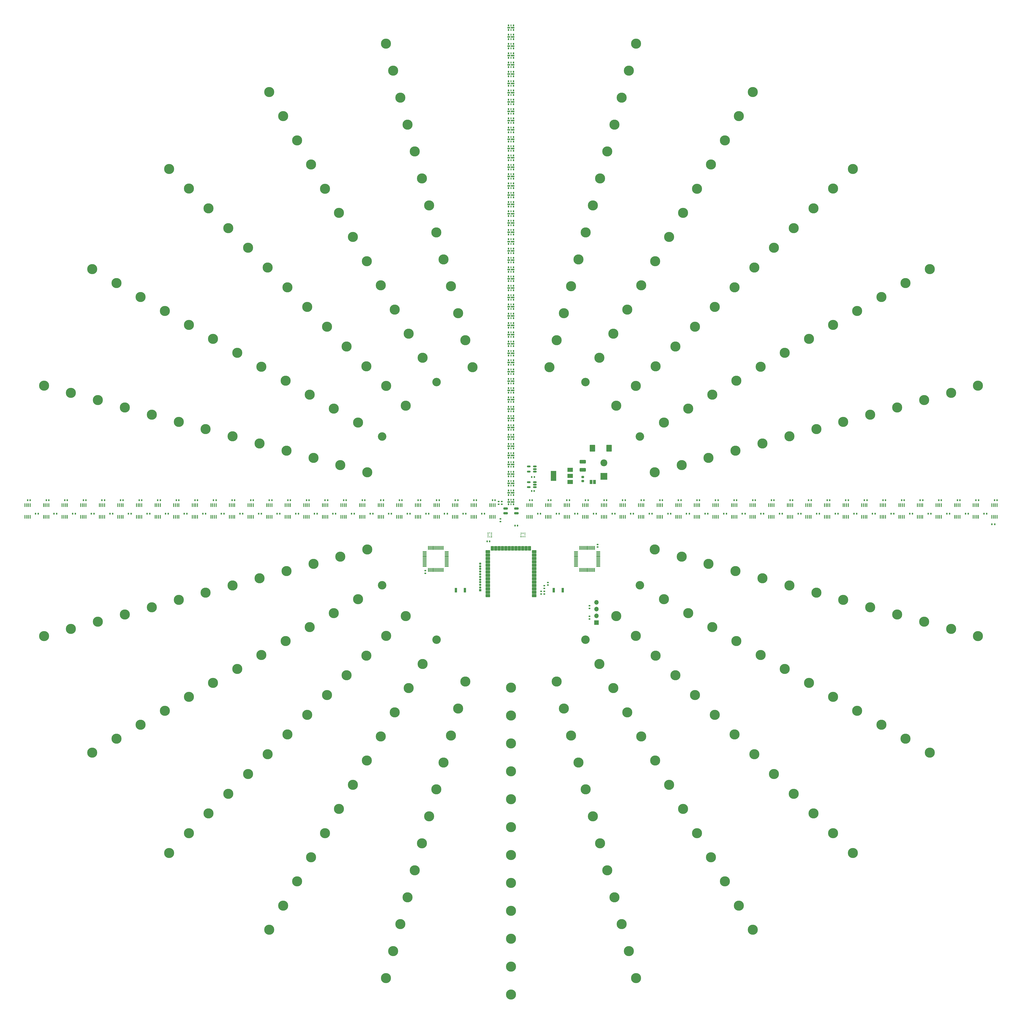
<source format=gbr>
%TF.GenerationSoftware,KiCad,Pcbnew,7.0.9*%
%TF.CreationDate,2023-12-06T10:58:59+01:00*%
%TF.ProjectId,board_fully_integrated,626f6172-645f-4667-956c-6c795f696e74,rev?*%
%TF.SameCoordinates,Original*%
%TF.FileFunction,Soldermask,Top*%
%TF.FilePolarity,Negative*%
%FSLAX46Y46*%
G04 Gerber Fmt 4.6, Leading zero omitted, Abs format (unit mm)*
G04 Created by KiCad (PCBNEW 7.0.9) date 2023-12-06 10:58:59*
%MOMM*%
%LPD*%
G01*
G04 APERTURE LIST*
G04 Aperture macros list*
%AMRoundRect*
0 Rectangle with rounded corners*
0 $1 Rounding radius*
0 $2 $3 $4 $5 $6 $7 $8 $9 X,Y pos of 4 corners*
0 Add a 4 corners polygon primitive as box body*
4,1,4,$2,$3,$4,$5,$6,$7,$8,$9,$2,$3,0*
0 Add four circle primitives for the rounded corners*
1,1,$1+$1,$2,$3*
1,1,$1+$1,$4,$5*
1,1,$1+$1,$6,$7*
1,1,$1+$1,$8,$9*
0 Add four rect primitives between the rounded corners*
20,1,$1+$1,$2,$3,$4,$5,0*
20,1,$1+$1,$4,$5,$6,$7,0*
20,1,$1+$1,$6,$7,$8,$9,0*
20,1,$1+$1,$8,$9,$2,$3,0*%
G04 Aperture macros list end*
%ADD10C,3.800000*%
%ADD11C,3.200000*%
%ADD12R,0.450000X1.450000*%
%ADD13RoundRect,0.135000X-0.135000X-0.185000X0.135000X-0.185000X0.135000X0.185000X-0.135000X0.185000X0*%
%ADD14RoundRect,0.140000X-0.140000X-0.170000X0.140000X-0.170000X0.140000X0.170000X-0.140000X0.170000X0*%
%ADD15RoundRect,0.135000X-0.185000X0.135000X-0.185000X-0.135000X0.185000X-0.135000X0.185000X0.135000X0*%
%ADD16R,0.500000X0.800000*%
%ADD17R,1.000000X0.500000*%
%ADD18R,0.300000X0.800000*%
%ADD19R,1.480000X0.500000*%
%ADD20RoundRect,0.102000X0.750000X0.450000X-0.750000X0.450000X-0.750000X-0.450000X0.750000X-0.450000X0*%
%ADD21RoundRect,0.102000X0.450000X0.750000X-0.450000X0.750000X-0.450000X-0.750000X0.450000X-0.750000X0*%
%ADD22RoundRect,0.225000X0.250000X-0.225000X0.250000X0.225000X-0.250000X0.225000X-0.250000X-0.225000X0*%
%ADD23R,1.700000X1.700000*%
%ADD24O,1.700000X1.700000*%
%ADD25R,0.850000X0.850000*%
%ADD26O,0.850000X0.850000*%
%ADD27RoundRect,0.140000X-0.170000X0.140000X-0.170000X-0.140000X0.170000X-0.140000X0.170000X0.140000X0*%
%ADD28R,0.254000X0.558800*%
%ADD29R,0.558800X0.254000*%
%ADD30R,2.000000X1.500000*%
%ADD31R,2.000000X3.800000*%
%ADD32RoundRect,0.250000X0.787500X1.025000X-0.787500X1.025000X-0.787500X-1.025000X0.787500X-1.025000X0*%
%ADD33RoundRect,0.075000X-0.662500X-0.075000X0.662500X-0.075000X0.662500X0.075000X-0.662500X0.075000X0*%
%ADD34RoundRect,0.075000X-0.075000X-0.662500X0.075000X-0.662500X0.075000X0.662500X-0.075000X0.662500X0*%
%ADD35RoundRect,0.075000X0.662500X0.075000X-0.662500X0.075000X-0.662500X-0.075000X0.662500X-0.075000X0*%
%ADD36RoundRect,0.075000X0.075000X0.662500X-0.075000X0.662500X-0.075000X-0.662500X0.075000X-0.662500X0*%
%ADD37RoundRect,0.140000X0.140000X0.170000X-0.140000X0.170000X-0.140000X-0.170000X0.140000X-0.170000X0*%
%ADD38R,0.900000X1.700000*%
%ADD39RoundRect,0.150000X0.512500X0.150000X-0.512500X0.150000X-0.512500X-0.150000X0.512500X-0.150000X0*%
%ADD40R,1.000000X1.500000*%
%ADD41RoundRect,0.197500X0.632500X-0.197500X0.632500X0.197500X-0.632500X0.197500X-0.632500X-0.197500X0*%
%ADD42RoundRect,0.135000X0.185000X-0.135000X0.185000X0.135000X-0.185000X0.135000X-0.185000X-0.135000X0*%
%ADD43RoundRect,0.140000X0.170000X-0.140000X0.170000X0.140000X-0.170000X0.140000X-0.170000X-0.140000X0*%
%ADD44RoundRect,0.250000X0.925000X-0.412500X0.925000X0.412500X-0.925000X0.412500X-0.925000X-0.412500X0*%
%ADD45RoundRect,0.135000X0.135000X0.185000X-0.135000X0.185000X-0.135000X-0.185000X0.135000X-0.185000X0*%
%ADD46R,2.600000X2.600000*%
%ADD47C,2.600000*%
G04 APERTURE END LIST*
%TO.C,IC5*%
G36*
X228826900Y-234395700D02*
G01*
X228826900Y-234954500D01*
X228572900Y-234954500D01*
X228572900Y-234548092D01*
X228445900Y-234548092D01*
X228445900Y-234395692D01*
X228826900Y-234395700D01*
G37*
%TO.C,IC2*%
G36*
X217904400Y-234952200D02*
G01*
X217497992Y-234952200D01*
X217497992Y-235079200D01*
X217345592Y-235079200D01*
X217345600Y-234698200D01*
X217904400Y-234698200D01*
X217904400Y-234952200D01*
G37*
%TD*%
D10*
%TO.C,H1*%
X225000000Y-323000000D03*
%TD*%
%TO.C,H1*%
X89770384Y-188765334D03*
%TD*%
D11*
%TO.C,H6*%
X273497423Y-253000000D03*
%TD*%
D10*
%TO.C,H1*%
X155000000Y-346243557D03*
%TD*%
D12*
%TO.C,U47*%
X350025000Y-227225100D03*
X350675000Y-227225100D03*
X351325000Y-227225100D03*
X351975000Y-227225100D03*
X351975000Y-222825100D03*
X351325000Y-222825100D03*
X350675000Y-222825100D03*
X350025000Y-222825100D03*
%TD*%
D10*
%TO.C,H1*%
X103756443Y-155000000D03*
%TD*%
%TO.C,H1*%
X170750000Y-131036244D03*
%TD*%
D13*
%TO.C,R21*%
X164980000Y-226025100D03*
X166000000Y-226025100D03*
%TD*%
D10*
%TO.C,H1*%
X355336823Y-300250000D03*
%TD*%
%TO.C,H1*%
X319660731Y-250364266D03*
%TD*%
%TO.C,H1*%
X286871843Y-286871843D03*
%TD*%
D12*
%TO.C,U17*%
X133025000Y-227200000D03*
X133675000Y-227200000D03*
X134325000Y-227200000D03*
X134975000Y-227200000D03*
X134975000Y-222800000D03*
X134325000Y-222800000D03*
X133675000Y-222800000D03*
X133025000Y-222800000D03*
%TD*%
D10*
%TO.C,H1*%
X140481490Y-202353334D03*
%TD*%
D12*
%TO.C,U8*%
X70025000Y-227200000D03*
X70675000Y-227200000D03*
X71325000Y-227200000D03*
X71975000Y-227200000D03*
X71975000Y-222800000D03*
X71325000Y-222800000D03*
X70675000Y-222800000D03*
X70025000Y-222800000D03*
%TD*%
D10*
%TO.C,H1*%
X346268813Y-346268813D03*
%TD*%
%TO.C,H1*%
X263952266Y-79628163D03*
%TD*%
D14*
%TO.C,C13*%
X64040000Y-221000000D03*
X65000000Y-221000000D03*
%TD*%
D15*
%TO.C,R29*%
X221000000Y-228005100D03*
X221000000Y-229025100D03*
%TD*%
D10*
%TO.C,H1*%
X300250000Y-94663177D03*
%TD*%
D14*
%TO.C,C55*%
X365040000Y-221000000D03*
X366000000Y-221000000D03*
%TD*%
D16*
%TO.C,D34*%
X224100000Y-114000000D03*
D17*
X224170000Y-113150000D03*
D18*
X225000000Y-114000000D03*
D16*
X225900000Y-114000000D03*
X225900000Y-112300000D03*
D18*
X225000000Y-112300000D03*
D19*
X225590000Y-113150000D03*
D16*
X224100000Y-112300000D03*
%TD*%
D10*
%TO.C,H1*%
X301721086Y-301721086D03*
%TD*%
%TO.C,H1*%
X126005051Y-126005051D03*
%TD*%
D20*
%TO.C,U60*%
X233740000Y-256875000D03*
X233740000Y-255605000D03*
X233740000Y-254335000D03*
X233740000Y-253065000D03*
X233740000Y-251795000D03*
X233740000Y-250525000D03*
X233740000Y-249255000D03*
X233740000Y-247985000D03*
X233740000Y-246715000D03*
X233740000Y-245445000D03*
X233740000Y-244175000D03*
X233740000Y-242905000D03*
X233740000Y-241635000D03*
X233740000Y-240365000D03*
D21*
X231975000Y-239115000D03*
X230705000Y-239115000D03*
X229435000Y-239115000D03*
X228165000Y-239115000D03*
X226895000Y-239115000D03*
X225625000Y-239115000D03*
X224355000Y-239115000D03*
X223085000Y-239115000D03*
X221815000Y-239115000D03*
X220545000Y-239115000D03*
X219275000Y-239115000D03*
X218005000Y-239115000D03*
D20*
X216240000Y-240365000D03*
X216240000Y-241635000D03*
X216240000Y-242905000D03*
X216240000Y-244175000D03*
X216240000Y-245445000D03*
X216240000Y-246715000D03*
X216240000Y-247985000D03*
X216240000Y-249255000D03*
X216240000Y-250525000D03*
X216240000Y-251795000D03*
X216240000Y-253065000D03*
X216240000Y-254335000D03*
X216240000Y-255605000D03*
X216240000Y-256875000D03*
%TD*%
D10*
%TO.C,H1*%
X268750000Y-149222777D03*
%TD*%
%TO.C,H1*%
X149222777Y-268750000D03*
%TD*%
D12*
%TO.C,U46*%
X343025000Y-227225100D03*
X343675000Y-227225100D03*
X344325000Y-227225100D03*
X344975000Y-227225100D03*
X344975000Y-222825100D03*
X344325000Y-222825100D03*
X343675000Y-222825100D03*
X343025000Y-222825100D03*
%TD*%
%TO.C,U55*%
X406025000Y-227225100D03*
X406675000Y-227225100D03*
X407325000Y-227225100D03*
X407975000Y-227225100D03*
X407975000Y-222825100D03*
X407325000Y-222825100D03*
X406675000Y-222825100D03*
X406025000Y-222825100D03*
%TD*%
D22*
%TO.C,C1*%
X252000000Y-213775000D03*
X252000000Y-212225000D03*
%TD*%
D10*
%TO.C,H1*%
X310750000Y-76476643D03*
%TD*%
%TO.C,H1*%
X264597980Y-264597980D03*
%TD*%
%TO.C,H1*%
X301721086Y-148278914D03*
%TD*%
%TO.C,H1*%
X170908154Y-210506133D03*
%TD*%
%TO.C,H1*%
X134000000Y-382616623D03*
%TD*%
D14*
%TO.C,C27*%
X162020000Y-221000000D03*
X162980000Y-221000000D03*
%TD*%
D13*
%TO.C,R9*%
X80980000Y-226025100D03*
X82000000Y-226025100D03*
%TD*%
D10*
%TO.C,H1*%
X158316044Y-186500000D03*
%TD*%
%TO.C,H1*%
X316570328Y-133429672D03*
%TD*%
%TO.C,H1*%
X266669866Y-69485942D03*
%TD*%
D13*
%TO.C,R23*%
X178980000Y-226025100D03*
X180000000Y-226025100D03*
%TD*%
D11*
%TO.C,H4*%
X253000000Y-176502577D03*
%TD*%
D10*
%TO.C,H1*%
X400798500Y-177894934D03*
%TD*%
D12*
%TO.C,U26*%
X196025000Y-227200000D03*
X196675000Y-227200000D03*
X197325000Y-227200000D03*
X197975000Y-227200000D03*
X197975000Y-222800000D03*
X197325000Y-222800000D03*
X196675000Y-222800000D03*
X196025000Y-222800000D03*
%TD*%
D10*
%TO.C,H1*%
X337150290Y-160250000D03*
%TD*%
D12*
%TO.C,U37*%
X280025000Y-227225100D03*
X280675000Y-227225100D03*
X281325000Y-227225100D03*
X281975000Y-227225100D03*
X281975000Y-222825100D03*
X281325000Y-222825100D03*
X280675000Y-222825100D03*
X280025000Y-222825100D03*
%TD*%
D10*
%TO.C,H1*%
X120197048Y-196918134D03*
%TD*%
D14*
%TO.C,C34*%
X211020000Y-221000000D03*
X211980000Y-221000000D03*
%TD*%
D10*
%TO.C,H1*%
X180612534Y-390656279D03*
%TD*%
%TO.C,H1*%
X360229616Y-261234666D03*
%TD*%
%TO.C,H1*%
X191482934Y-350087395D03*
%TD*%
%TO.C,H1*%
X255799466Y-339945173D03*
%TD*%
D12*
%TO.C,U40*%
X301025000Y-227225100D03*
X301675000Y-227225100D03*
X302325000Y-227225100D03*
X302975000Y-227225100D03*
X302975000Y-222825100D03*
X302325000Y-222825100D03*
X301675000Y-222825100D03*
X301025000Y-222825100D03*
%TD*%
D10*
%TO.C,H1*%
X331419571Y-331419571D03*
%TD*%
D23*
%TO.C,J1*%
X257141306Y-267040053D03*
D24*
X257141306Y-264500053D03*
X257141306Y-261960053D03*
X257141306Y-259420053D03*
%TD*%
D10*
%TO.C,H1*%
X346243557Y-295000000D03*
%TD*%
%TO.C,H1*%
X370371837Y-186047734D03*
%TD*%
D13*
%TO.C,R54*%
X403080416Y-226042324D03*
X404100416Y-226042324D03*
%TD*%
D10*
%TO.C,H1*%
X112849710Y-160250000D03*
%TD*%
D11*
%TO.C,H5*%
X273497423Y-197000000D03*
%TD*%
D10*
%TO.C,H1*%
X316000000Y-382616623D03*
%TD*%
%TO.C,H1*%
X69485942Y-266669866D03*
%TD*%
D25*
%TO.C,J35*%
X213391306Y-254830053D03*
D26*
X213391306Y-253830053D03*
X213391306Y-252830053D03*
X213391306Y-251830053D03*
X213391306Y-250830053D03*
X213391306Y-249830053D03*
X213391306Y-248830053D03*
X213391306Y-247830053D03*
X213391306Y-246830053D03*
X213391306Y-245830053D03*
X213391306Y-244830053D03*
%TD*%
D14*
%TO.C,C58*%
X386040000Y-221000000D03*
X387000000Y-221000000D03*
%TD*%
D10*
%TO.C,H1*%
X176000000Y-309870490D03*
%TD*%
D13*
%TO.C,R32*%
X249080416Y-226042324D03*
X250100416Y-226042324D03*
%TD*%
D16*
%TO.C,D20*%
X224100000Y-163000000D03*
D17*
X224170000Y-162150000D03*
D18*
X225000000Y-163000000D03*
D16*
X225900000Y-163000000D03*
X225900000Y-161300000D03*
D18*
X225000000Y-161300000D03*
D19*
X225590000Y-162150000D03*
D16*
X224100000Y-161300000D03*
%TD*%
D10*
%TO.C,H1*%
X272022601Y-272022601D03*
%TD*%
D14*
%TO.C,C37*%
X239040000Y-221000000D03*
X240000000Y-221000000D03*
%TD*%
D10*
%TO.C,H1*%
X258517066Y-350087395D03*
%TD*%
%TO.C,H1*%
X373523357Y-139250000D03*
%TD*%
D27*
%TO.C,C3*%
X236369990Y-255296859D03*
X236369990Y-256256859D03*
%TD*%
D12*
%TO.C,U11*%
X91025000Y-227200000D03*
X91675000Y-227200000D03*
X92325000Y-227200000D03*
X92975000Y-227200000D03*
X92975000Y-222800000D03*
X92325000Y-222800000D03*
X91675000Y-222800000D03*
X91025000Y-222800000D03*
%TD*%
D10*
%TO.C,H1*%
X167409311Y-191750000D03*
%TD*%
D28*
%TO.C,IC5*%
X228699900Y-234675100D03*
X229099950Y-234675100D03*
X229500000Y-234675100D03*
X229900050Y-234675100D03*
X230300100Y-234675100D03*
D29*
X230275000Y-234050100D03*
D28*
X230300100Y-233425100D03*
X229900050Y-233425100D03*
X229500000Y-233425100D03*
X229099950Y-233425100D03*
X228699900Y-233425100D03*
D29*
X228725000Y-234050100D03*
%TD*%
D10*
%TO.C,H1*%
X355336823Y-149750000D03*
%TD*%
D12*
%TO.C,U50*%
X371025000Y-227225100D03*
X371675000Y-227225100D03*
X372325000Y-227225100D03*
X372975000Y-227225100D03*
X372975000Y-222825100D03*
X372325000Y-222825100D03*
X371675000Y-222825100D03*
X371025000Y-222825100D03*
%TD*%
D10*
%TO.C,H1*%
X67383377Y-134000000D03*
%TD*%
%TO.C,H1*%
X188765334Y-89770384D03*
%TD*%
D12*
%TO.C,U27*%
X203025000Y-227200000D03*
X203675000Y-227200000D03*
X204325000Y-227200000D03*
X204975000Y-227200000D03*
X204975000Y-222800000D03*
X204325000Y-222800000D03*
X203675000Y-222800000D03*
X203025000Y-222800000D03*
%TD*%
D10*
%TO.C,H1*%
X282590689Y-258250000D03*
%TD*%
D30*
%TO.C,IC3*%
X247268000Y-214155000D03*
X247268000Y-211855000D03*
X247268000Y-209555000D03*
D31*
X240968000Y-211855000D03*
%TD*%
D10*
%TO.C,H1*%
X337150290Y-289750000D03*
%TD*%
D12*
%TO.C,U41*%
X308025000Y-227225100D03*
X308675000Y-227225100D03*
X309325000Y-227225100D03*
X309975000Y-227225100D03*
X309975000Y-222825100D03*
X309325000Y-222825100D03*
X308675000Y-222825100D03*
X308025000Y-222825100D03*
%TD*%
D10*
%TO.C,H1*%
X225000000Y-375500000D03*
%TD*%
D32*
%TO.C,C66*%
X261903806Y-201440053D03*
X255678806Y-201440053D03*
%TD*%
D10*
%TO.C,H1*%
X85569910Y-305500000D03*
%TD*%
D33*
%TO.C,IC1*%
X192499452Y-240348000D03*
X192499452Y-240848000D03*
X192499452Y-241348000D03*
X192499452Y-241848000D03*
X192499452Y-242348000D03*
X192499452Y-242848000D03*
X192499452Y-243348000D03*
X192499452Y-243848000D03*
X192499452Y-244348000D03*
X192499452Y-244848000D03*
X192499452Y-245348000D03*
X192499452Y-245848000D03*
D34*
X193911952Y-247260500D03*
X194411952Y-247260500D03*
X194911952Y-247260500D03*
X195411952Y-247260500D03*
X195911952Y-247260500D03*
X196411952Y-247260500D03*
X196911952Y-247260500D03*
X197411952Y-247260500D03*
X197911952Y-247260500D03*
X198411952Y-247260500D03*
X198911952Y-247260500D03*
X199411952Y-247260500D03*
D33*
X200824452Y-245848000D03*
X200824452Y-245348000D03*
X200824452Y-244848000D03*
X200824452Y-244348000D03*
X200824452Y-243848000D03*
X200824452Y-243348000D03*
X200824452Y-242848000D03*
X200824452Y-242348000D03*
X200824452Y-241848000D03*
X200824452Y-241348000D03*
X200824452Y-240848000D03*
X200824452Y-240348000D03*
D34*
X199411952Y-238935500D03*
X198911952Y-238935500D03*
X198411952Y-238935500D03*
X197911952Y-238935500D03*
X197411952Y-238935500D03*
X196911952Y-238935500D03*
X196411952Y-238935500D03*
X195911952Y-238935500D03*
X195411952Y-238935500D03*
X194911952Y-238935500D03*
X194411952Y-238935500D03*
X193911952Y-238935500D03*
%TD*%
D13*
%TO.C,R10*%
X87980000Y-226025100D03*
X89000000Y-226025100D03*
%TD*%
D10*
%TO.C,H1*%
X225000000Y-354500000D03*
%TD*%
D16*
%TO.C,D35*%
X224100000Y-110500000D03*
D17*
X224170000Y-109650000D03*
D18*
X225000000Y-110500000D03*
D16*
X225900000Y-110500000D03*
X225900000Y-108800000D03*
D18*
X225000000Y-108800000D03*
D19*
X225590000Y-109650000D03*
D16*
X224100000Y-108800000D03*
%TD*%
D10*
%TO.C,H1*%
X353693434Y-353693434D03*
%TD*%
%TO.C,H1*%
X139250000Y-76476643D03*
%TD*%
D35*
%TO.C,IC4*%
X257824452Y-245848000D03*
X257824452Y-245348000D03*
X257824452Y-244848000D03*
X257824452Y-244348000D03*
X257824452Y-243848000D03*
X257824452Y-243348000D03*
X257824452Y-242848000D03*
X257824452Y-242348000D03*
X257824452Y-241848000D03*
X257824452Y-241348000D03*
X257824452Y-240848000D03*
X257824452Y-240348000D03*
D36*
X256411952Y-238935500D03*
X255911952Y-238935500D03*
X255411952Y-238935500D03*
X254911952Y-238935500D03*
X254411952Y-238935500D03*
X253911952Y-238935500D03*
X253411952Y-238935500D03*
X252911952Y-238935500D03*
X252411952Y-238935500D03*
X251911952Y-238935500D03*
X251411952Y-238935500D03*
X250911952Y-238935500D03*
D35*
X249499452Y-240348000D03*
X249499452Y-240848000D03*
X249499452Y-241348000D03*
X249499452Y-241848000D03*
X249499452Y-242348000D03*
X249499452Y-242848000D03*
X249499452Y-243348000D03*
X249499452Y-243848000D03*
X249499452Y-244348000D03*
X249499452Y-244848000D03*
X249499452Y-245348000D03*
X249499452Y-245848000D03*
D36*
X250911952Y-247260500D03*
X251411952Y-247260500D03*
X251911952Y-247260500D03*
X252411952Y-247260500D03*
X252911952Y-247260500D03*
X253411952Y-247260500D03*
X253911952Y-247260500D03*
X254411952Y-247260500D03*
X254911952Y-247260500D03*
X255411952Y-247260500D03*
X255911952Y-247260500D03*
X256411952Y-247260500D03*
%TD*%
D10*
%TO.C,H1*%
X261234666Y-89770384D03*
%TD*%
D14*
%TO.C,C20*%
X113020000Y-221000000D03*
X113980000Y-221000000D03*
%TD*%
D16*
%TO.C,D44*%
X224100000Y-79000000D03*
D17*
X224170000Y-78150000D03*
D18*
X225000000Y-79000000D03*
D16*
X225900000Y-79000000D03*
X225900000Y-77300000D03*
D18*
X225000000Y-77300000D03*
D19*
X225590000Y-78150000D03*
D16*
X224100000Y-77300000D03*
%TD*%
D10*
%TO.C,H1*%
X318963756Y-279250000D03*
%TD*%
D16*
%TO.C,D4*%
X224100000Y-219000000D03*
D17*
X224170000Y-218150000D03*
D18*
X225000000Y-219000000D03*
D16*
X225900000Y-219000000D03*
X225900000Y-217300000D03*
D18*
X225000000Y-217300000D03*
D19*
X225590000Y-218150000D03*
D16*
X224100000Y-217300000D03*
%TD*%
%TO.C,D48*%
X224100000Y-65000000D03*
D17*
X224170000Y-64150000D03*
D18*
X225000000Y-65000000D03*
D16*
X225900000Y-65000000D03*
X225900000Y-63300000D03*
D18*
X225000000Y-63300000D03*
D19*
X225590000Y-64150000D03*
D16*
X224100000Y-63300000D03*
%TD*%
D13*
%TO.C,R7*%
X66980000Y-226025100D03*
X68000000Y-226025100D03*
%TD*%
D12*
%TO.C,U52*%
X385025000Y-227225100D03*
X385675000Y-227225100D03*
X386325000Y-227225100D03*
X386975000Y-227225100D03*
X386975000Y-222825100D03*
X386325000Y-222825100D03*
X385675000Y-222825100D03*
X385025000Y-222825100D03*
%TD*%
D13*
%TO.C,R15*%
X122980000Y-226025100D03*
X124000000Y-226025100D03*
%TD*%
D10*
%TO.C,H1*%
X185402020Y-185402020D03*
%TD*%
%TO.C,H1*%
X364430090Y-305500000D03*
%TD*%
%TO.C,H1*%
X120197048Y-253081866D03*
%TD*%
%TO.C,H1*%
X111155808Y-111155808D03*
%TD*%
D14*
%TO.C,C24*%
X141020000Y-221000000D03*
X141980000Y-221000000D03*
%TD*%
D12*
%TO.C,U31*%
X238025000Y-227225100D03*
X238675000Y-227225100D03*
X239325000Y-227225100D03*
X239975000Y-227225100D03*
X239975000Y-222825100D03*
X239325000Y-222825100D03*
X238675000Y-222825100D03*
X238025000Y-222825100D03*
%TD*%
D13*
%TO.C,R19*%
X150980000Y-226025100D03*
X152000000Y-226025100D03*
%TD*%
D10*
%TO.C,H1*%
X346243557Y-155000000D03*
%TD*%
D37*
%TO.C,C6*%
X216992845Y-236473624D03*
X216032845Y-236473624D03*
%TD*%
D10*
%TO.C,H1*%
X148278914Y-148278914D03*
%TD*%
D14*
%TO.C,C32*%
X197000000Y-221000000D03*
X197960000Y-221000000D03*
%TD*%
D10*
%TO.C,H1*%
X160250000Y-337150290D03*
%TD*%
%TO.C,H1*%
X103756443Y-295000000D03*
%TD*%
%TO.C,H1*%
X225000000Y-291500000D03*
%TD*%
%TO.C,H1*%
X382616623Y-316000000D03*
%TD*%
D16*
%TO.C,D52*%
X224100000Y-51000000D03*
D17*
X224170000Y-50150000D03*
D18*
X225000000Y-51000000D03*
D16*
X225900000Y-51000000D03*
X225900000Y-49300000D03*
D18*
X225000000Y-49300000D03*
D19*
X225590000Y-50150000D03*
D16*
X224100000Y-49300000D03*
%TD*%
D10*
%TO.C,H1*%
X94663177Y-300250000D03*
%TD*%
D16*
%TO.C,D19*%
X224100000Y-166500000D03*
D17*
X224170000Y-165650000D03*
D18*
X225000000Y-166500000D03*
D16*
X225900000Y-166500000D03*
X225900000Y-164800000D03*
D18*
X225000000Y-164800000D03*
D19*
X225590000Y-165650000D03*
D16*
X224100000Y-164800000D03*
%TD*%
D38*
%TO.C,SW2*%
X244480000Y-254845000D03*
X241080000Y-254845000D03*
%TD*%
D13*
%TO.C,R18*%
X143980000Y-226025100D03*
X145000000Y-226025100D03*
%TD*%
D16*
%TO.C,D21*%
X224100000Y-159500000D03*
D17*
X224170000Y-158650000D03*
D18*
X225000000Y-159500000D03*
D16*
X225900000Y-159500000D03*
X225900000Y-157800000D03*
D18*
X225000000Y-157800000D03*
D19*
X225590000Y-158650000D03*
D16*
X224100000Y-157800000D03*
%TD*%
%TO.C,D32*%
X224100000Y-121000000D03*
D17*
X224170000Y-120150000D03*
D18*
X225000000Y-121000000D03*
D16*
X225900000Y-121000000D03*
X225900000Y-119300000D03*
D18*
X225000000Y-119300000D03*
D19*
X225590000Y-120150000D03*
D16*
X224100000Y-119300000D03*
%TD*%
D10*
%TO.C,H1*%
X131036244Y-170750000D03*
%TD*%
%TO.C,H1*%
X140129510Y-176000000D03*
%TD*%
%TO.C,H1*%
X299376289Y-244929066D03*
%TD*%
%TO.C,H1*%
X199635734Y-130339269D03*
%TD*%
%TO.C,H1*%
X284500000Y-328057023D03*
%TD*%
%TO.C,H1*%
X364430090Y-144500000D03*
%TD*%
%TO.C,H1*%
X183330134Y-380514058D03*
%TD*%
D16*
%TO.C,D31*%
X224100000Y-124500000D03*
D17*
X224170000Y-123650000D03*
D18*
X225000000Y-124500000D03*
D16*
X225900000Y-124500000D03*
X225900000Y-122800000D03*
D18*
X225000000Y-122800000D03*
D19*
X225590000Y-123650000D03*
D16*
X224100000Y-122800000D03*
%TD*%
D12*
%TO.C,U49*%
X364025000Y-227225100D03*
X364675000Y-227225100D03*
X365325000Y-227225100D03*
X365975000Y-227225100D03*
X365975000Y-222825100D03*
X365325000Y-222825100D03*
X364675000Y-222825100D03*
X364025000Y-222825100D03*
%TD*%
D10*
%TO.C,H1*%
X279091846Y-210506133D03*
%TD*%
D16*
%TO.C,D16*%
X224100000Y-177000000D03*
D17*
X224170000Y-176150000D03*
D18*
X225000000Y-177000000D03*
D16*
X225900000Y-177000000D03*
X225900000Y-175300000D03*
D18*
X225000000Y-175300000D03*
D19*
X225590000Y-176150000D03*
D16*
X224100000Y-175300000D03*
%TD*%
D10*
%TO.C,H1*%
X207788534Y-289234067D03*
%TD*%
D14*
%TO.C,C30*%
X183020000Y-221000000D03*
X183980000Y-221000000D03*
%TD*%
D16*
%TO.C,D29*%
X224100000Y-131500000D03*
D17*
X224170000Y-130650000D03*
D18*
X225000000Y-131500000D03*
D16*
X225900000Y-131500000D03*
X225900000Y-129800000D03*
D18*
X225000000Y-129800000D03*
D19*
X225590000Y-130650000D03*
D16*
X224100000Y-129800000D03*
%TD*%
D10*
%TO.C,H1*%
X289234067Y-207788534D03*
%TD*%
D13*
%TO.C,R11*%
X94980000Y-226025100D03*
X96000000Y-226025100D03*
%TD*%
D10*
%TO.C,H1*%
X295000000Y-346243557D03*
%TD*%
%TO.C,H1*%
X76476643Y-310750000D03*
%TD*%
D39*
%TO.C,U1*%
X234000000Y-216102556D03*
X234000000Y-215152556D03*
X234000000Y-214202556D03*
X231725000Y-214202556D03*
X231725000Y-216102556D03*
%TD*%
D10*
%TO.C,H1*%
X49201500Y-177894934D03*
%TD*%
%TO.C,H1*%
X49201500Y-272105066D03*
%TD*%
%TO.C,H1*%
X181250000Y-149222777D03*
%TD*%
%TO.C,H1*%
X205070934Y-299376289D03*
%TD*%
D11*
%TO.C,H8*%
X197000000Y-273497423D03*
%TD*%
D16*
%TO.C,D18*%
X224100000Y-170000000D03*
D17*
X224170000Y-169150000D03*
D18*
X225000000Y-170000000D03*
D16*
X225900000Y-170000000D03*
X225900000Y-168300000D03*
D18*
X225000000Y-168300000D03*
D19*
X225590000Y-169150000D03*
D16*
X224100000Y-168300000D03*
%TD*%
D10*
%TO.C,H1*%
X170552778Y-279447222D03*
%TD*%
D13*
%TO.C,R45*%
X340080416Y-226042324D03*
X341100416Y-226042324D03*
%TD*%
D10*
%TO.C,H1*%
X110054827Y-194200534D03*
%TD*%
%TO.C,H1*%
X253081866Y-329802952D03*
%TD*%
D40*
%TO.C,JP1*%
X256452000Y-214141000D03*
X255152000Y-214141000D03*
%TD*%
D13*
%TO.C,R48*%
X361080416Y-226042324D03*
X362100416Y-226042324D03*
%TD*%
D10*
%TO.C,H1*%
X244929066Y-299376289D03*
%TD*%
%TO.C,H1*%
X264597980Y-185402020D03*
%TD*%
%TO.C,H1*%
X295000000Y-103756443D03*
%TD*%
%TO.C,H1*%
X310750000Y-373523357D03*
%TD*%
D16*
%TO.C,D9*%
X224100000Y-201500000D03*
D17*
X224170000Y-200650000D03*
D18*
X225000000Y-201500000D03*
D16*
X225900000Y-201500000D03*
X225900000Y-199800000D03*
D18*
X225000000Y-199800000D03*
D19*
X225590000Y-200650000D03*
D16*
X224100000Y-199800000D03*
%TD*%
D10*
%TO.C,H1*%
X319660731Y-199635734D03*
%TD*%
D13*
%TO.C,R49*%
X368080416Y-226042324D03*
X369100416Y-226042324D03*
%TD*%
D12*
%TO.C,U14*%
X112025000Y-227200000D03*
X112675000Y-227200000D03*
X113325000Y-227200000D03*
X113975000Y-227200000D03*
X113975000Y-222800000D03*
X113325000Y-222800000D03*
X112675000Y-222800000D03*
X112025000Y-222800000D03*
%TD*%
D10*
%TO.C,H1*%
X149750000Y-355336823D03*
%TD*%
%TO.C,H1*%
X242211466Y-160765933D03*
%TD*%
%TO.C,H1*%
X170552778Y-170552778D03*
%TD*%
D11*
%TO.C,H9*%
X176502577Y-253000000D03*
%TD*%
D10*
%TO.C,H1*%
X309145707Y-309145707D03*
%TD*%
%TO.C,H1*%
X294296465Y-155703535D03*
%TD*%
D13*
%TO.C,R36*%
X277080416Y-226042324D03*
X278100416Y-226042324D03*
%TD*%
D10*
%TO.C,H1*%
X255799466Y-110054827D03*
%TD*%
%TO.C,H1*%
X133429672Y-316570328D03*
%TD*%
D12*
%TO.C,U42*%
X315025000Y-227225100D03*
X315675000Y-227225100D03*
X316325000Y-227225100D03*
X316975000Y-227225100D03*
X316975000Y-222825100D03*
X316325000Y-222825100D03*
X315675000Y-222825100D03*
X315025000Y-222825100D03*
%TD*%
D16*
%TO.C,D15*%
X224100000Y-180500000D03*
D17*
X224170000Y-179650000D03*
D18*
X225000000Y-180500000D03*
D16*
X225900000Y-180500000D03*
X225900000Y-178800000D03*
D18*
X225000000Y-178800000D03*
D19*
X225590000Y-179650000D03*
D16*
X224100000Y-178800000D03*
%TD*%
D10*
%TO.C,H1*%
X274000000Y-309870490D03*
%TD*%
D14*
%TO.C,C45*%
X295000000Y-221000000D03*
X295960000Y-221000000D03*
%TD*%
D10*
%TO.C,H1*%
X258250000Y-167409311D03*
%TD*%
D13*
%TO.C,R47*%
X354080416Y-226042324D03*
X355100416Y-226042324D03*
%TD*%
%TO.C,R34*%
X263080416Y-226042324D03*
X264100416Y-226042324D03*
%TD*%
D14*
%TO.C,C25*%
X148000000Y-221000000D03*
X148960000Y-221000000D03*
%TD*%
D10*
%TO.C,H1*%
X268750000Y-300777223D03*
%TD*%
%TO.C,H1*%
X380514058Y-183330134D03*
%TD*%
D13*
%TO.C,R39*%
X298080416Y-226042324D03*
X299100416Y-226042324D03*
%TD*%
%TO.C,R42*%
X319080416Y-226042324D03*
X320100416Y-226042324D03*
%TD*%
D16*
%TO.C,D25*%
X224100000Y-145500000D03*
D17*
X224170000Y-144650000D03*
D18*
X225000000Y-145500000D03*
D16*
X225900000Y-145500000D03*
X225900000Y-143800000D03*
D18*
X225000000Y-143800000D03*
D19*
X225590000Y-144650000D03*
D16*
X224100000Y-143800000D03*
%TD*%
D10*
%TO.C,H1*%
X279250000Y-318963756D03*
%TD*%
%TO.C,H1*%
X155703535Y-155703535D03*
%TD*%
D37*
%TO.C,C65*%
X227485000Y-230500000D03*
X226525000Y-230500000D03*
%TD*%
D16*
%TO.C,D42*%
X224100000Y-86000000D03*
D17*
X224170000Y-85150000D03*
D18*
X225000000Y-86000000D03*
D16*
X225900000Y-86000000D03*
X225900000Y-84300000D03*
D18*
X225000000Y-84300000D03*
D19*
X225590000Y-85150000D03*
D16*
X224100000Y-84300000D03*
%TD*%
D10*
%TO.C,H1*%
X111155808Y-338844192D03*
%TD*%
%TO.C,H1*%
X79628163Y-186047734D03*
%TD*%
D16*
%TO.C,D3*%
X224100000Y-222500000D03*
D17*
X224170000Y-221650000D03*
D18*
X225000000Y-222500000D03*
D16*
X225900000Y-222500000D03*
X225900000Y-220800000D03*
D18*
X225000000Y-220800000D03*
D19*
X225590000Y-221650000D03*
D16*
X224100000Y-220800000D03*
%TD*%
D10*
%TO.C,H1*%
X188765334Y-360229616D03*
%TD*%
%TO.C,H1*%
X186500000Y-291683956D03*
%TD*%
%TO.C,H1*%
X400798500Y-272105066D03*
%TD*%
%TO.C,H1*%
X323994949Y-323994949D03*
%TD*%
%TO.C,H1*%
X225000000Y-312500000D03*
%TD*%
D16*
%TO.C,D30*%
X224100000Y-128000000D03*
D17*
X224170000Y-127150000D03*
D18*
X225000000Y-128000000D03*
D16*
X225900000Y-128000000D03*
X225900000Y-126300000D03*
D18*
X225000000Y-126300000D03*
D19*
X225590000Y-127150000D03*
D16*
X224100000Y-126300000D03*
%TD*%
D10*
%TO.C,H1*%
X253081866Y-120197048D03*
%TD*%
%TO.C,H1*%
X247646666Y-309518510D03*
%TD*%
%TO.C,H1*%
X163128157Y-163128157D03*
%TD*%
%TO.C,H1*%
X186500000Y-158316044D03*
%TD*%
D13*
%TO.C,R41*%
X312080416Y-226042324D03*
X313100416Y-226042324D03*
%TD*%
D10*
%TO.C,H1*%
X300777223Y-181250000D03*
%TD*%
%TO.C,H1*%
X225000000Y-386000000D03*
%TD*%
%TO.C,H1*%
X289234067Y-242211466D03*
%TD*%
%TO.C,H1*%
X338844192Y-338844192D03*
%TD*%
D41*
%TO.C,U61*%
X223000000Y-225900000D03*
X227000000Y-225900000D03*
X227000000Y-224100000D03*
X223000000Y-224100000D03*
%TD*%
D16*
%TO.C,D53*%
X224100000Y-47500000D03*
D17*
X224170000Y-46650000D03*
D18*
X225000000Y-47500000D03*
D16*
X225900000Y-47500000D03*
X225900000Y-45800000D03*
D18*
X225000000Y-45800000D03*
D19*
X225590000Y-46650000D03*
D16*
X224100000Y-45800000D03*
%TD*%
D10*
%TO.C,H1*%
X144500000Y-85569910D03*
%TD*%
D12*
%TO.C,U25*%
X189025000Y-227200000D03*
X189675000Y-227200000D03*
X190325000Y-227200000D03*
X190975000Y-227200000D03*
X190975000Y-222800000D03*
X190325000Y-222800000D03*
X189675000Y-222800000D03*
X189025000Y-222800000D03*
%TD*%
D16*
%TO.C,D37*%
X224100000Y-103500000D03*
D17*
X224170000Y-102650000D03*
D18*
X225000000Y-103500000D03*
D16*
X225900000Y-103500000D03*
X225900000Y-101800000D03*
D18*
X225000000Y-101800000D03*
D19*
X225590000Y-102650000D03*
D16*
X224100000Y-101800000D03*
%TD*%
D10*
%TO.C,H1*%
X133429672Y-133429672D03*
%TD*%
D16*
%TO.C,D39*%
X224100000Y-96500000D03*
D17*
X224170000Y-95650000D03*
D18*
X225000000Y-96500000D03*
D16*
X225900000Y-96500000D03*
X225900000Y-94800000D03*
D18*
X225000000Y-94800000D03*
D19*
X225590000Y-95650000D03*
D16*
X224100000Y-94800000D03*
%TD*%
%TO.C,D11*%
X224100000Y-194500000D03*
D17*
X224170000Y-193650000D03*
D18*
X225000000Y-194500000D03*
D16*
X225900000Y-194500000D03*
X225900000Y-192800000D03*
D18*
X225000000Y-192800000D03*
D19*
X225590000Y-193650000D03*
D16*
X224100000Y-192800000D03*
%TD*%
D10*
%TO.C,H1*%
X284500000Y-121942977D03*
%TD*%
D13*
%TO.C,R31*%
X242095416Y-226042324D03*
X243115416Y-226042324D03*
%TD*%
D14*
%TO.C,C47*%
X309000000Y-221000000D03*
X309960000Y-221000000D03*
%TD*%
%TO.C,C17*%
X92020000Y-221000000D03*
X92980000Y-221000000D03*
%TD*%
D12*
%TO.C,U51*%
X378025000Y-227225100D03*
X378675000Y-227225100D03*
X379325000Y-227225100D03*
X379975000Y-227225100D03*
X379975000Y-222825100D03*
X379325000Y-222825100D03*
X378675000Y-222825100D03*
X378025000Y-222825100D03*
%TD*%
D10*
%TO.C,H1*%
X170750000Y-318963756D03*
%TD*%
%TO.C,H1*%
X239493867Y-170908154D03*
%TD*%
D29*
%TO.C,IC2*%
X217625000Y-234825200D03*
X217625000Y-234425150D03*
X217625000Y-234025100D03*
X217625000Y-233625050D03*
X217625000Y-233225000D03*
D28*
X217000000Y-233250100D03*
D29*
X216375000Y-233225000D03*
X216375000Y-233625050D03*
X216375000Y-234025100D03*
X216375000Y-234425150D03*
X216375000Y-234825200D03*
D28*
X217000000Y-234800100D03*
%TD*%
D10*
%TO.C,H1*%
X225000000Y-344000000D03*
%TD*%
D16*
%TO.C,D45*%
X224100000Y-75500000D03*
D17*
X224170000Y-74650000D03*
D18*
X225000000Y-75500000D03*
D16*
X225900000Y-75500000D03*
X225900000Y-73800000D03*
D18*
X225000000Y-73800000D03*
D19*
X225590000Y-74650000D03*
D16*
X224100000Y-73800000D03*
%TD*%
D10*
%TO.C,H1*%
X291683956Y-263500000D03*
%TD*%
%TO.C,H1*%
X309518510Y-202353334D03*
%TD*%
%TO.C,H1*%
X177977399Y-177977399D03*
%TD*%
D37*
%TO.C,C63*%
X233745709Y-217514260D03*
X232785709Y-217514260D03*
%TD*%
D10*
%TO.C,H1*%
X180612534Y-59343721D03*
%TD*%
%TO.C,H1*%
X299376289Y-205070934D03*
%TD*%
D13*
%TO.C,R43*%
X326080416Y-226042324D03*
X327100416Y-226042324D03*
%TD*%
D10*
%TO.C,H1*%
X191482934Y-99912605D03*
%TD*%
D14*
%TO.C,C59*%
X393040000Y-221000000D03*
X394000000Y-221000000D03*
%TD*%
D12*
%TO.C,U5*%
X49025000Y-227200000D03*
X49675000Y-227200000D03*
X50325000Y-227200000D03*
X50975000Y-227200000D03*
X50975000Y-222800000D03*
X50325000Y-222800000D03*
X49675000Y-222800000D03*
X49025000Y-222800000D03*
%TD*%
D10*
%TO.C,H1*%
X225000000Y-302000000D03*
%TD*%
D13*
%TO.C,R26*%
X199980000Y-226025100D03*
X201000000Y-226025100D03*
%TD*%
D16*
%TO.C,D13*%
X224100000Y-187500000D03*
D17*
X224170000Y-186650000D03*
D18*
X225000000Y-187500000D03*
D16*
X225900000Y-187500000D03*
X225900000Y-185800000D03*
D18*
X225000000Y-185800000D03*
D19*
X225590000Y-186650000D03*
D16*
X224100000Y-185800000D03*
%TD*%
D10*
%TO.C,H1*%
X305500000Y-85569910D03*
%TD*%
%TO.C,H1*%
X130339269Y-250364266D03*
%TD*%
%TO.C,H1*%
X225000000Y-333500000D03*
%TD*%
D12*
%TO.C,U48*%
X357025000Y-227225100D03*
X357675000Y-227225100D03*
X358325000Y-227225100D03*
X358975000Y-227225100D03*
X358975000Y-222825100D03*
X358325000Y-222825100D03*
X357675000Y-222825100D03*
X357025000Y-222825100D03*
%TD*%
D16*
%TO.C,D6*%
X224100000Y-212000000D03*
D17*
X224170000Y-211150000D03*
D18*
X225000000Y-212000000D03*
D16*
X225900000Y-212000000D03*
X225900000Y-210300000D03*
D18*
X225000000Y-210300000D03*
D19*
X225590000Y-211150000D03*
D16*
X224100000Y-210300000D03*
%TD*%
%TO.C,D33*%
X224100000Y-117500000D03*
D17*
X224170000Y-116650000D03*
D18*
X225000000Y-117500000D03*
D16*
X225900000Y-117500000D03*
X225900000Y-115800000D03*
D18*
X225000000Y-115800000D03*
D19*
X225590000Y-116650000D03*
D16*
X224100000Y-115800000D03*
%TD*%
D12*
%TO.C,U54*%
X399025000Y-227225100D03*
X399675000Y-227225100D03*
X400325000Y-227225100D03*
X400975000Y-227225100D03*
X400975000Y-222825100D03*
X400325000Y-222825100D03*
X399675000Y-222825100D03*
X399025000Y-222825100D03*
%TD*%
D16*
%TO.C,D54*%
X224100000Y-44000000D03*
D17*
X224170000Y-43150000D03*
D18*
X225000000Y-44000000D03*
D16*
X225900000Y-44000000D03*
X225900000Y-42300000D03*
D18*
X225000000Y-42300000D03*
D19*
X225590000Y-43150000D03*
D16*
X224100000Y-42300000D03*
%TD*%
D10*
%TO.C,H1*%
X99912605Y-191482934D03*
%TD*%
%TO.C,H1*%
X346268813Y-103731187D03*
%TD*%
%TO.C,H1*%
X294296465Y-294296465D03*
%TD*%
D16*
%TO.C,D36*%
X224100000Y-107000000D03*
D17*
X224170000Y-106150000D03*
D18*
X225000000Y-107000000D03*
D16*
X225900000Y-107000000D03*
X225900000Y-105300000D03*
D18*
X225000000Y-105300000D03*
D19*
X225590000Y-106150000D03*
D16*
X224100000Y-105300000D03*
%TD*%
D10*
%TO.C,H1*%
X126005051Y-323994949D03*
%TD*%
D12*
%TO.C,U53*%
X392025000Y-227225100D03*
X392675000Y-227225100D03*
X393325000Y-227225100D03*
X393975000Y-227225100D03*
X393975000Y-222825100D03*
X393325000Y-222825100D03*
X392675000Y-222825100D03*
X392025000Y-222825100D03*
%TD*%
D10*
%TO.C,H1*%
X390656279Y-269387466D03*
%TD*%
D16*
%TO.C,D49*%
X224100000Y-61500000D03*
D17*
X224170000Y-60650000D03*
D18*
X225000000Y-61500000D03*
D16*
X225900000Y-61500000D03*
X225900000Y-59800000D03*
D18*
X225000000Y-59800000D03*
D19*
X225590000Y-60650000D03*
D16*
X224100000Y-59800000D03*
%TD*%
D12*
%TO.C,U22*%
X168000000Y-227200000D03*
X168650000Y-227200000D03*
X169300000Y-227200000D03*
X169950000Y-227200000D03*
X169950000Y-222800000D03*
X169300000Y-222800000D03*
X168650000Y-222800000D03*
X168000000Y-222800000D03*
%TD*%
D10*
%TO.C,H1*%
X289750000Y-337150290D03*
%TD*%
%TO.C,H1*%
X199635734Y-319660731D03*
%TD*%
%TO.C,H1*%
X309870490Y-274000000D03*
%TD*%
%TO.C,H1*%
X258517066Y-99912605D03*
%TD*%
D16*
%TO.C,D43*%
X224100000Y-82500000D03*
D17*
X224170000Y-81650000D03*
D18*
X225000000Y-82500000D03*
D16*
X225900000Y-82500000D03*
X225900000Y-80800000D03*
D18*
X225000000Y-80800000D03*
D19*
X225590000Y-81650000D03*
D16*
X224100000Y-80800000D03*
%TD*%
D42*
%TO.C,R3*%
X237573000Y-254155450D03*
X237573000Y-253135450D03*
%TD*%
D10*
%TO.C,H1*%
X350087395Y-191482934D03*
%TD*%
%TO.C,H1*%
X149222777Y-181250000D03*
%TD*%
D14*
%TO.C,C51*%
X337040000Y-221000000D03*
X338000000Y-221000000D03*
%TD*%
D10*
%TO.C,H1*%
X186047734Y-79628163D03*
%TD*%
D42*
%TO.C,R60*%
X221518120Y-222501826D03*
X221518120Y-221481826D03*
%TD*%
D14*
%TO.C,C29*%
X176000000Y-221000000D03*
X176960000Y-221000000D03*
%TD*%
D12*
%TO.C,U13*%
X105025000Y-227200000D03*
X105675000Y-227200000D03*
X106325000Y-227200000D03*
X106975000Y-227200000D03*
X106975000Y-222800000D03*
X106325000Y-222800000D03*
X105675000Y-222800000D03*
X105025000Y-222800000D03*
%TD*%
D10*
%TO.C,H1*%
X329802952Y-196918134D03*
%TD*%
%TO.C,H1*%
X309870490Y-176000000D03*
%TD*%
D13*
%TO.C,R8*%
X74000000Y-226025100D03*
X75020000Y-226025100D03*
%TD*%
D12*
%TO.C,U34*%
X259025000Y-227200000D03*
X259675000Y-227200000D03*
X260325000Y-227200000D03*
X260975000Y-227200000D03*
X260975000Y-222800000D03*
X260325000Y-222800000D03*
X259675000Y-222800000D03*
X259025000Y-222800000D03*
%TD*%
D16*
%TO.C,D28*%
X224100000Y-135000000D03*
D17*
X224170000Y-134150000D03*
D18*
X225000000Y-135000000D03*
D16*
X225900000Y-135000000D03*
X225900000Y-133300000D03*
D18*
X225000000Y-133300000D03*
D19*
X225590000Y-134150000D03*
D16*
X224100000Y-133300000D03*
%TD*%
D10*
%TO.C,H1*%
X196918134Y-120197048D03*
%TD*%
D13*
%TO.C,R37*%
X284080416Y-226042324D03*
X285100416Y-226042324D03*
%TD*%
D14*
%TO.C,C53*%
X351020000Y-221000000D03*
X351980000Y-221000000D03*
%TD*%
D10*
%TO.C,H1*%
X328057023Y-284500000D03*
%TD*%
%TO.C,H1*%
X194200534Y-339945173D03*
%TD*%
%TO.C,H1*%
X339945173Y-194200534D03*
%TD*%
%TO.C,H1*%
X242211466Y-289234067D03*
%TD*%
D13*
%TO.C,R52*%
X389080416Y-226042324D03*
X390100416Y-226042324D03*
%TD*%
D10*
%TO.C,H1*%
X158316044Y-263500000D03*
%TD*%
D16*
%TO.C,D7*%
X224100000Y-208350000D03*
D17*
X224170000Y-207500000D03*
D18*
X225000000Y-208350000D03*
D16*
X225900000Y-208350000D03*
X225900000Y-206650000D03*
D18*
X225000000Y-206650000D03*
D19*
X225590000Y-207500000D03*
D16*
X224100000Y-206650000D03*
%TD*%
D10*
%TO.C,H1*%
X194200534Y-110054827D03*
%TD*%
D14*
%TO.C,C38*%
X246040000Y-221000000D03*
X247000000Y-221000000D03*
%TD*%
D12*
%TO.C,U12*%
X98025000Y-227200000D03*
X98675000Y-227200000D03*
X99325000Y-227200000D03*
X99975000Y-227200000D03*
X99975000Y-222800000D03*
X99325000Y-222800000D03*
X98675000Y-222800000D03*
X98025000Y-222800000D03*
%TD*%
D10*
%TO.C,H1*%
X380514058Y-266669866D03*
%TD*%
D12*
%TO.C,U28*%
X210025000Y-227200000D03*
X210675000Y-227200000D03*
X211325000Y-227200000D03*
X211975000Y-227200000D03*
X211975000Y-222800000D03*
X211325000Y-222800000D03*
X210675000Y-222800000D03*
X210025000Y-222800000D03*
%TD*%
D16*
%TO.C,D26*%
X224100000Y-142000000D03*
D17*
X224170000Y-141150000D03*
D18*
X225000000Y-142000000D03*
D16*
X225900000Y-142000000D03*
X225900000Y-140300000D03*
D18*
X225000000Y-140300000D03*
D19*
X225590000Y-141150000D03*
D16*
X224100000Y-140300000D03*
%TD*%
D10*
%TO.C,H1*%
X79628163Y-263952266D03*
%TD*%
D13*
%TO.C,R16*%
X129980000Y-226025100D03*
X131000000Y-226025100D03*
%TD*%
D12*
%TO.C,U16*%
X126025000Y-227200000D03*
X126675000Y-227200000D03*
X127325000Y-227200000D03*
X127975000Y-227200000D03*
X127975000Y-222800000D03*
X127325000Y-222800000D03*
X126675000Y-222800000D03*
X126025000Y-222800000D03*
%TD*%
D10*
%TO.C,H1*%
X263500000Y-291683956D03*
%TD*%
%TO.C,H1*%
X263952266Y-370371837D03*
%TD*%
D14*
%TO.C,C49*%
X323020000Y-221000000D03*
X323980000Y-221000000D03*
%TD*%
D10*
%TO.C,H1*%
X170908154Y-239493867D03*
%TD*%
%TO.C,H1*%
X140854293Y-309145707D03*
%TD*%
D16*
%TO.C,D22*%
X224100000Y-156000000D03*
D17*
X224170000Y-155150000D03*
D18*
X225000000Y-156000000D03*
D16*
X225900000Y-156000000D03*
X225900000Y-154300000D03*
D18*
X225000000Y-154300000D03*
D19*
X225590000Y-155150000D03*
D16*
X224100000Y-154300000D03*
%TD*%
D10*
%TO.C,H1*%
X160765933Y-207788534D03*
%TD*%
%TO.C,H1*%
X353693434Y-96306566D03*
%TD*%
D12*
%TO.C,U43*%
X322025000Y-227225100D03*
X322675000Y-227225100D03*
X323325000Y-227225100D03*
X323975000Y-227225100D03*
X323975000Y-222825100D03*
X323325000Y-222825100D03*
X322675000Y-222825100D03*
X322025000Y-222825100D03*
%TD*%
D14*
%TO.C,C12*%
X57020000Y-221000000D03*
X57980000Y-221000000D03*
%TD*%
D13*
%TO.C,R46*%
X347080416Y-226042324D03*
X348100416Y-226042324D03*
%TD*%
D14*
%TO.C,C52*%
X344020000Y-221000000D03*
X344980000Y-221000000D03*
%TD*%
D12*
%TO.C,U29*%
X217025000Y-227200000D03*
X217675000Y-227200000D03*
X218325000Y-227200000D03*
X218975000Y-227200000D03*
X218975000Y-222800000D03*
X218325000Y-222800000D03*
X217675000Y-222800000D03*
X217025000Y-222800000D03*
%TD*%
D10*
%TO.C,H1*%
X300777223Y-268750000D03*
%TD*%
D27*
%TO.C,C62*%
X254541306Y-264696053D03*
X254541306Y-265656053D03*
%TD*%
D10*
%TO.C,H1*%
X279447222Y-279447222D03*
%TD*%
D14*
%TO.C,C36*%
X232040000Y-221000000D03*
X233000000Y-221000000D03*
%TD*%
D10*
%TO.C,H1*%
X331419571Y-118580429D03*
%TD*%
D13*
%TO.C,R4*%
X45980000Y-226025100D03*
X47000000Y-226025100D03*
%TD*%
D16*
%TO.C,D24*%
X224100000Y-149000000D03*
D17*
X224170000Y-148150000D03*
D18*
X225000000Y-149000000D03*
D16*
X225900000Y-149000000D03*
X225900000Y-147300000D03*
D18*
X225000000Y-147300000D03*
D19*
X225590000Y-148150000D03*
D16*
X224100000Y-147300000D03*
%TD*%
D43*
%TO.C,C8*%
X254541306Y-261670053D03*
X254541306Y-260710053D03*
%TD*%
D14*
%TO.C,C22*%
X127000000Y-221000000D03*
X127960000Y-221000000D03*
%TD*%
%TO.C,C44*%
X288020000Y-221000000D03*
X288980000Y-221000000D03*
%TD*%
D10*
%TO.C,H1*%
X309145707Y-140854293D03*
%TD*%
%TO.C,H1*%
X118580429Y-118580429D03*
%TD*%
D13*
%TO.C,R25*%
X192980000Y-226025100D03*
X194000000Y-226025100D03*
%TD*%
D14*
%TO.C,C35*%
X218040000Y-221000000D03*
X219000000Y-221000000D03*
%TD*%
D10*
%TO.C,H1*%
X191750000Y-282590689D03*
%TD*%
D14*
%TO.C,C42*%
X274040000Y-221000000D03*
X275000000Y-221000000D03*
%TD*%
D12*
%TO.C,U23*%
X175025000Y-227200000D03*
X175675000Y-227200000D03*
X176325000Y-227200000D03*
X176975000Y-227200000D03*
X176975000Y-222800000D03*
X176325000Y-222800000D03*
X175675000Y-222800000D03*
X175025000Y-222800000D03*
%TD*%
%TO.C,U7*%
X63025000Y-227200000D03*
X63675000Y-227200000D03*
X64325000Y-227200000D03*
X64975000Y-227200000D03*
X64975000Y-222800000D03*
X64325000Y-222800000D03*
X63675000Y-222800000D03*
X63025000Y-222800000D03*
%TD*%
D14*
%TO.C,C46*%
X302000000Y-221000000D03*
X302960000Y-221000000D03*
%TD*%
D10*
%TO.C,H1*%
X279091846Y-239493867D03*
%TD*%
D16*
%TO.C,D41*%
X224100000Y-89500000D03*
D17*
X224170000Y-88650000D03*
D18*
X225000000Y-89500000D03*
D16*
X225900000Y-89500000D03*
X225900000Y-87800000D03*
D18*
X225000000Y-87800000D03*
D19*
X225590000Y-88650000D03*
D16*
X224100000Y-87800000D03*
%TD*%
D14*
%TO.C,C57*%
X379040000Y-221000000D03*
X380000000Y-221000000D03*
%TD*%
D10*
%TO.C,H1*%
X269387466Y-59343721D03*
%TD*%
%TO.C,H1*%
X373523357Y-310750000D03*
%TD*%
%TO.C,H1*%
X207788534Y-160765933D03*
%TD*%
%TO.C,H1*%
X177894934Y-49201500D03*
%TD*%
D14*
%TO.C,C23*%
X134000000Y-221000000D03*
X134960000Y-221000000D03*
%TD*%
%TO.C,C61*%
X407000000Y-221000000D03*
X407960000Y-221000000D03*
%TD*%
D13*
%TO.C,R20*%
X157980000Y-226025100D03*
X159000000Y-226025100D03*
%TD*%
D10*
%TO.C,H1*%
X205070934Y-150623711D03*
%TD*%
D13*
%TO.C,R22*%
X171980000Y-226025100D03*
X173000000Y-226025100D03*
%TD*%
D12*
%TO.C,U10*%
X84025000Y-227200000D03*
X84675000Y-227200000D03*
X85325000Y-227200000D03*
X85975000Y-227200000D03*
X85975000Y-222800000D03*
X85325000Y-222800000D03*
X84675000Y-222800000D03*
X84025000Y-222800000D03*
%TD*%
D10*
%TO.C,H1*%
X139250000Y-373523357D03*
%TD*%
D14*
%TO.C,C39*%
X253040000Y-221000000D03*
X254000000Y-221000000D03*
%TD*%
D13*
%TO.C,R28*%
X213980000Y-226025100D03*
X215000000Y-226025100D03*
%TD*%
D16*
%TO.C,D27*%
X224100000Y-138500000D03*
D17*
X224170000Y-137650000D03*
D18*
X225000000Y-138500000D03*
D16*
X225900000Y-138500000D03*
X225900000Y-136800000D03*
D18*
X225000000Y-136800000D03*
D19*
X225590000Y-137650000D03*
D16*
X224100000Y-136800000D03*
%TD*%
D44*
%TO.C,C5*%
X252000000Y-209537500D03*
X252000000Y-206462500D03*
%TD*%
D10*
%TO.C,H1*%
X165500000Y-121942977D03*
%TD*%
%TO.C,H1*%
X316570328Y-316570328D03*
%TD*%
%TO.C,H1*%
X160250000Y-112849710D03*
%TD*%
%TO.C,H1*%
X140481490Y-247646666D03*
%TD*%
%TO.C,H1*%
X121942977Y-165500000D03*
%TD*%
%TO.C,H1*%
X160765933Y-242211466D03*
%TD*%
D16*
%TO.C,D10*%
X224100000Y-198000000D03*
D17*
X224170000Y-197150000D03*
D18*
X225000000Y-198000000D03*
D16*
X225900000Y-198000000D03*
X225900000Y-196300000D03*
D18*
X225000000Y-196300000D03*
D19*
X225590000Y-197150000D03*
D16*
X224100000Y-196300000D03*
%TD*%
D10*
%TO.C,H1*%
X89770384Y-261234666D03*
%TD*%
%TO.C,H1*%
X134000000Y-67383377D03*
%TD*%
D12*
%TO.C,U35*%
X266025000Y-227200000D03*
X266675000Y-227200000D03*
X267325000Y-227200000D03*
X267975000Y-227200000D03*
X267975000Y-222800000D03*
X267325000Y-222800000D03*
X266675000Y-222800000D03*
X266025000Y-222800000D03*
%TD*%
D10*
%TO.C,H1*%
X250364266Y-319660731D03*
%TD*%
D13*
%TO.C,R51*%
X382080416Y-226042324D03*
X383100416Y-226042324D03*
%TD*%
D10*
%TO.C,H1*%
X155703535Y-294296465D03*
%TD*%
D11*
%TO.C,H10*%
X176502577Y-197000000D03*
%TD*%
D14*
%TO.C,C26*%
X155020000Y-221000000D03*
X155980000Y-221000000D03*
%TD*%
D10*
%TO.C,H1*%
X328057023Y-165500000D03*
%TD*%
%TO.C,H1*%
X350087395Y-258517066D03*
%TD*%
D14*
%TO.C,C18*%
X99020000Y-221000000D03*
X99980000Y-221000000D03*
%TD*%
D12*
%TO.C,U45*%
X336025000Y-227225100D03*
X336675000Y-227225100D03*
X337325000Y-227225100D03*
X337975000Y-227225100D03*
X337975000Y-222825100D03*
X337325000Y-222825100D03*
X336675000Y-222825100D03*
X336025000Y-222825100D03*
%TD*%
D13*
%TO.C,R12*%
X102000000Y-226025100D03*
X103020000Y-226025100D03*
%TD*%
D12*
%TO.C,U21*%
X161025000Y-227200000D03*
X161675000Y-227200000D03*
X162325000Y-227200000D03*
X162975000Y-227200000D03*
X162975000Y-222800000D03*
X162325000Y-222800000D03*
X161675000Y-222800000D03*
X161025000Y-222800000D03*
%TD*%
%TO.C,U20*%
X154025000Y-227200000D03*
X154675000Y-227200000D03*
X155325000Y-227200000D03*
X155975000Y-227200000D03*
X155975000Y-222800000D03*
X155325000Y-222800000D03*
X154675000Y-222800000D03*
X154025000Y-222800000D03*
%TD*%
D14*
%TO.C,C33*%
X204020000Y-221000000D03*
X204980000Y-221000000D03*
%TD*%
D10*
%TO.C,H1*%
X279447222Y-170552778D03*
%TD*%
%TO.C,H1*%
X210506133Y-170908154D03*
%TD*%
%TO.C,H1*%
X305500000Y-364430090D03*
%TD*%
%TO.C,H1*%
X59343721Y-269387466D03*
%TD*%
D12*
%TO.C,U39*%
X294025000Y-227225100D03*
X294675000Y-227225100D03*
X295325000Y-227225100D03*
X295975000Y-227225100D03*
X295975000Y-222825100D03*
X295325000Y-222825100D03*
X294675000Y-222825100D03*
X294025000Y-222825100D03*
%TD*%
D10*
%TO.C,H1*%
X279250000Y-131036244D03*
%TD*%
%TO.C,H1*%
X316000000Y-67383377D03*
%TD*%
%TO.C,H1*%
X177894934Y-400798500D03*
%TD*%
D12*
%TO.C,U32*%
X245025000Y-227225100D03*
X245675000Y-227225100D03*
X246325000Y-227225100D03*
X246975000Y-227225100D03*
X246975000Y-222825100D03*
X246325000Y-222825100D03*
X245675000Y-222825100D03*
X245025000Y-222825100D03*
%TD*%
D14*
%TO.C,C21*%
X120020000Y-221000000D03*
X120980000Y-221000000D03*
%TD*%
D12*
%TO.C,U36*%
X273025000Y-227225100D03*
X273675000Y-227225100D03*
X274325000Y-227225100D03*
X274975000Y-227225100D03*
X274975000Y-222825100D03*
X274325000Y-222825100D03*
X273675000Y-222825100D03*
X273025000Y-222825100D03*
%TD*%
D16*
%TO.C,D51*%
X224100000Y-54500000D03*
D17*
X224170000Y-53650000D03*
D18*
X225000000Y-54500000D03*
D16*
X225900000Y-54500000D03*
X225900000Y-52800000D03*
D18*
X225000000Y-52800000D03*
D19*
X225590000Y-53650000D03*
D16*
X224100000Y-52800000D03*
%TD*%
D10*
%TO.C,H1*%
X225000000Y-407000000D03*
%TD*%
D14*
%TO.C,C19*%
X106020000Y-221000000D03*
X106980000Y-221000000D03*
%TD*%
D10*
%TO.C,H1*%
X269387466Y-390656279D03*
%TD*%
%TO.C,H1*%
X250364266Y-130339269D03*
%TD*%
%TO.C,H1*%
X309518510Y-247646666D03*
%TD*%
%TO.C,H1*%
X225000000Y-396500000D03*
%TD*%
D13*
%TO.C,R53*%
X396080416Y-226042324D03*
X397100416Y-226042324D03*
%TD*%
D10*
%TO.C,H1*%
X323994949Y-126005051D03*
%TD*%
%TO.C,H1*%
X390656279Y-180612534D03*
%TD*%
%TO.C,H1*%
X186047734Y-370371837D03*
%TD*%
D38*
%TO.C,SW1*%
X204250000Y-254845000D03*
X207650000Y-254845000D03*
%TD*%
D10*
%TO.C,H1*%
X286871843Y-163128157D03*
%TD*%
D16*
%TO.C,D38*%
X224100000Y-100000000D03*
D17*
X224170000Y-99150000D03*
D18*
X225000000Y-100000000D03*
D16*
X225900000Y-100000000D03*
X225900000Y-98300000D03*
D18*
X225000000Y-98300000D03*
D19*
X225590000Y-99150000D03*
D16*
X224100000Y-98300000D03*
%TD*%
D13*
%TO.C,R35*%
X270080416Y-226042324D03*
X271100416Y-226042324D03*
%TD*%
D12*
%TO.C,U6*%
X56025000Y-227200000D03*
X56675000Y-227200000D03*
X57325000Y-227200000D03*
X57975000Y-227200000D03*
X57975000Y-222800000D03*
X57325000Y-222800000D03*
X56675000Y-222800000D03*
X56025000Y-222800000D03*
%TD*%
D13*
%TO.C,R30*%
X235080416Y-226042324D03*
X236100416Y-226042324D03*
%TD*%
%TO.C,R17*%
X136980000Y-226025100D03*
X138000000Y-226025100D03*
%TD*%
D10*
%TO.C,H1*%
X148278914Y-301721086D03*
%TD*%
%TO.C,H1*%
X163128157Y-286871843D03*
%TD*%
%TO.C,H1*%
X177977399Y-272022601D03*
%TD*%
D16*
%TO.C,D23*%
X224100000Y-152500000D03*
D17*
X224170000Y-151650000D03*
D18*
X225000000Y-152500000D03*
D16*
X225900000Y-152500000D03*
X225900000Y-150800000D03*
D18*
X225000000Y-150800000D03*
D19*
X225590000Y-151650000D03*
D16*
X224100000Y-150800000D03*
%TD*%
D10*
%TO.C,H1*%
X121942977Y-284500000D03*
%TD*%
D13*
%TO.C,R27*%
X206980000Y-226025100D03*
X208000000Y-226025100D03*
%TD*%
D39*
%TO.C,U2*%
X234000000Y-210202000D03*
X234000000Y-209252000D03*
X234000000Y-208302000D03*
X231725000Y-208302000D03*
X231725000Y-210202000D03*
%TD*%
D10*
%TO.C,H1*%
X103731187Y-346268813D03*
%TD*%
D11*
%TO.C,H3*%
X197000000Y-176502577D03*
%TD*%
D15*
%TO.C,R61*%
X220385113Y-221483007D03*
X220385113Y-222503007D03*
%TD*%
D16*
%TO.C,D14*%
X224100000Y-184000000D03*
D17*
X224170000Y-183150000D03*
D18*
X225000000Y-184000000D03*
D16*
X225900000Y-184000000D03*
X225900000Y-182300000D03*
D18*
X225000000Y-182300000D03*
D19*
X225590000Y-183150000D03*
D16*
X224100000Y-182300000D03*
%TD*%
D13*
%TO.C,R24*%
X185980000Y-226025100D03*
X187000000Y-226025100D03*
%TD*%
D10*
%TO.C,H1*%
X59343721Y-180612534D03*
%TD*%
D12*
%TO.C,U30*%
X231025000Y-227225100D03*
X231675000Y-227225100D03*
X232325000Y-227225100D03*
X232975000Y-227225100D03*
X232975000Y-222825100D03*
X232325000Y-222825100D03*
X231675000Y-222825100D03*
X231025000Y-222825100D03*
%TD*%
D14*
%TO.C,C31*%
X190000000Y-221000000D03*
X190960000Y-221000000D03*
%TD*%
D11*
%TO.C,H7*%
X253000000Y-273497423D03*
%TD*%
D10*
%TO.C,H1*%
X274000000Y-140129510D03*
%TD*%
%TO.C,H1*%
X112849710Y-289750000D03*
%TD*%
%TO.C,H1*%
X85569910Y-144500000D03*
%TD*%
%TO.C,H1*%
X339945173Y-255799466D03*
%TD*%
D13*
%TO.C,R6*%
X60000000Y-226025100D03*
X61020000Y-226025100D03*
%TD*%
D43*
%TO.C,C7*%
X238862364Y-252925780D03*
X238862364Y-251965780D03*
%TD*%
D12*
%TO.C,U44*%
X329025000Y-227225100D03*
X329675000Y-227225100D03*
X330325000Y-227225100D03*
X330975000Y-227225100D03*
X330975000Y-222825100D03*
X330325000Y-222825100D03*
X329675000Y-222825100D03*
X329025000Y-222825100D03*
%TD*%
D10*
%TO.C,H1*%
X110054827Y-255799466D03*
%TD*%
%TO.C,H1*%
X149750000Y-94663177D03*
%TD*%
%TO.C,H1*%
X99912605Y-258517066D03*
%TD*%
%TO.C,H1*%
X165500000Y-328057023D03*
%TD*%
%TO.C,H1*%
X338844192Y-111155808D03*
%TD*%
%TO.C,H1*%
X263500000Y-158316044D03*
%TD*%
%TO.C,H1*%
X140854293Y-140854293D03*
%TD*%
%TO.C,H1*%
X318963756Y-170750000D03*
%TD*%
%TO.C,H1*%
X247646666Y-140481490D03*
%TD*%
%TO.C,H1*%
X131036244Y-279250000D03*
%TD*%
D16*
%TO.C,D50*%
X224100000Y-58000000D03*
D17*
X224170000Y-57150000D03*
D18*
X225000000Y-58000000D03*
D16*
X225900000Y-58000000D03*
X225900000Y-56300000D03*
D18*
X225000000Y-56300000D03*
D19*
X225590000Y-57150000D03*
D16*
X224100000Y-56300000D03*
%TD*%
D14*
%TO.C,C14*%
X71020000Y-221000000D03*
X71980000Y-221000000D03*
%TD*%
%TO.C,C60*%
X400040000Y-221000000D03*
X401000000Y-221000000D03*
%TD*%
D10*
%TO.C,H1*%
X176000000Y-140129510D03*
%TD*%
%TO.C,H1*%
X150623711Y-244929066D03*
%TD*%
%TO.C,H1*%
X272105066Y-49201500D03*
%TD*%
D14*
%TO.C,C28*%
X169020000Y-221000000D03*
X169980000Y-221000000D03*
%TD*%
D13*
%TO.C,R5*%
X52980000Y-226025100D03*
X54000000Y-226025100D03*
%TD*%
D10*
%TO.C,H1*%
X360229616Y-188765334D03*
%TD*%
D14*
%TO.C,C50*%
X330040000Y-221000000D03*
X331000000Y-221000000D03*
%TD*%
D16*
%TO.C,D12*%
X224100000Y-191000000D03*
D17*
X224170000Y-190150000D03*
D18*
X225000000Y-191000000D03*
D16*
X225900000Y-191000000D03*
X225900000Y-189300000D03*
D18*
X225000000Y-189300000D03*
D19*
X225590000Y-190150000D03*
D16*
X224100000Y-189300000D03*
%TD*%
D13*
%TO.C,R13*%
X109000000Y-226025100D03*
X110020000Y-226025100D03*
%TD*%
D10*
%TO.C,H1*%
X196918134Y-329802952D03*
%TD*%
%TO.C,H1*%
X155000000Y-103756443D03*
%TD*%
%TO.C,H1*%
X289750000Y-112849710D03*
%TD*%
D27*
%TO.C,C64*%
X257598757Y-237647203D03*
X257598757Y-238607203D03*
%TD*%
D13*
%TO.C,R44*%
X333080416Y-226042324D03*
X334100416Y-226042324D03*
%TD*%
D12*
%TO.C,U19*%
X147025000Y-227200000D03*
X147675000Y-227200000D03*
X148325000Y-227200000D03*
X148975000Y-227200000D03*
X148975000Y-222800000D03*
X148325000Y-222800000D03*
X147675000Y-222800000D03*
X147025000Y-222800000D03*
%TD*%
%TO.C,U38*%
X287025000Y-227225100D03*
X287675000Y-227225100D03*
X288325000Y-227225100D03*
X288975000Y-227225100D03*
X288975000Y-222825100D03*
X288325000Y-222825100D03*
X287675000Y-222825100D03*
X287025000Y-222825100D03*
%TD*%
%TO.C,U33*%
X252025000Y-227225100D03*
X252675000Y-227225100D03*
X253325000Y-227225100D03*
X253975000Y-227225100D03*
X253975000Y-222825100D03*
X253325000Y-222825100D03*
X252675000Y-222825100D03*
X252025000Y-222825100D03*
%TD*%
D13*
%TO.C,R33*%
X256080416Y-226042324D03*
X257100416Y-226042324D03*
%TD*%
D10*
%TO.C,H1*%
X300250000Y-355336823D03*
%TD*%
%TO.C,H1*%
X76476643Y-139250000D03*
%TD*%
D16*
%TO.C,D47*%
X224100000Y-68500000D03*
D17*
X224170000Y-67650000D03*
D18*
X225000000Y-68500000D03*
D16*
X225900000Y-68500000D03*
X225900000Y-66800000D03*
D18*
X225000000Y-66800000D03*
D19*
X225590000Y-67650000D03*
D16*
X224100000Y-66800000D03*
%TD*%
D12*
%TO.C,U24*%
X182025000Y-227200000D03*
X182675000Y-227200000D03*
X183325000Y-227200000D03*
X183975000Y-227200000D03*
X183975000Y-222800000D03*
X183325000Y-222800000D03*
X182675000Y-222800000D03*
X182025000Y-222800000D03*
%TD*%
D10*
%TO.C,H1*%
X261234666Y-360229616D03*
%TD*%
%TO.C,H1*%
X150623711Y-205070934D03*
%TD*%
D14*
%TO.C,C11*%
X50040000Y-221000000D03*
X51000000Y-221000000D03*
%TD*%
D45*
%TO.C,R55*%
X407080416Y-230042324D03*
X406060416Y-230042324D03*
%TD*%
D10*
%TO.C,H1*%
X103731187Y-103731187D03*
%TD*%
%TO.C,H1*%
X130339269Y-199635734D03*
%TD*%
%TO.C,H1*%
X272105066Y-400798500D03*
%TD*%
D13*
%TO.C,R38*%
X291080416Y-226042324D03*
X292100416Y-226042324D03*
%TD*%
D10*
%TO.C,H1*%
X258250000Y-282590689D03*
%TD*%
%TO.C,H1*%
X69485942Y-183330134D03*
%TD*%
%TO.C,H1*%
X181250000Y-300777223D03*
%TD*%
D37*
%TO.C,C9*%
X233775246Y-212226954D03*
X232815246Y-212226954D03*
%TD*%
D27*
%TO.C,C4*%
X237561216Y-255288733D03*
X237561216Y-256248733D03*
%TD*%
D10*
%TO.C,H1*%
X329802952Y-253081866D03*
%TD*%
%TO.C,H1*%
X96306566Y-96306566D03*
%TD*%
%TO.C,H1*%
X202353334Y-309518510D03*
%TD*%
D14*
%TO.C,C40*%
X260020000Y-221000000D03*
X260980000Y-221000000D03*
%TD*%
D10*
%TO.C,H1*%
X183330134Y-69485942D03*
%TD*%
D16*
%TO.C,D5*%
X224100000Y-215500000D03*
D17*
X224170000Y-214650000D03*
D18*
X225000000Y-215500000D03*
D16*
X225900000Y-215500000D03*
X225900000Y-213800000D03*
D18*
X225000000Y-213800000D03*
D19*
X225590000Y-214650000D03*
D16*
X224100000Y-213800000D03*
%TD*%
D10*
%TO.C,H1*%
X291683956Y-186500000D03*
%TD*%
D12*
%TO.C,U4*%
X42025000Y-227200000D03*
X42675000Y-227200000D03*
X43325000Y-227200000D03*
X43975000Y-227200000D03*
X43975000Y-222800000D03*
X43325000Y-222800000D03*
X42675000Y-222800000D03*
X42025000Y-222800000D03*
%TD*%
D10*
%TO.C,H1*%
X225000000Y-365000000D03*
%TD*%
D14*
%TO.C,C16*%
X85020000Y-221000000D03*
X85980000Y-221000000D03*
%TD*%
D16*
%TO.C,D46*%
X224100000Y-72000000D03*
D17*
X224170000Y-71150000D03*
D18*
X225000000Y-72000000D03*
D16*
X225900000Y-72000000D03*
X225900000Y-70300000D03*
D18*
X225000000Y-70300000D03*
D19*
X225590000Y-71150000D03*
D16*
X224100000Y-70300000D03*
%TD*%
D14*
%TO.C,C15*%
X78020000Y-221000000D03*
X78980000Y-221000000D03*
%TD*%
D13*
%TO.C,R40*%
X305080416Y-226042324D03*
X306100416Y-226042324D03*
%TD*%
D16*
%TO.C,D17*%
X224100000Y-173500000D03*
D17*
X224170000Y-172650000D03*
D18*
X225000000Y-173500000D03*
D16*
X225900000Y-173500000D03*
X225900000Y-171800000D03*
D18*
X225000000Y-171800000D03*
D19*
X225590000Y-172650000D03*
D16*
X224100000Y-171800000D03*
%TD*%
D13*
%TO.C,R50*%
X375080416Y-226042324D03*
X376100416Y-226042324D03*
%TD*%
D14*
%TO.C,C48*%
X316020000Y-221000000D03*
X316980000Y-221000000D03*
%TD*%
D10*
%TO.C,H1*%
X272022601Y-177977399D03*
%TD*%
D14*
%TO.C,C56*%
X372040000Y-221000000D03*
X373000000Y-221000000D03*
%TD*%
%TO.C,C41*%
X267020000Y-221000000D03*
X267980000Y-221000000D03*
%TD*%
D43*
%TO.C,C2*%
X192726652Y-248472338D03*
X192726652Y-247512338D03*
%TD*%
D10*
%TO.C,H1*%
X191750000Y-167409311D03*
%TD*%
%TO.C,H1*%
X94663177Y-149750000D03*
%TD*%
D12*
%TO.C,U18*%
X140025000Y-227200000D03*
X140675000Y-227200000D03*
X141325000Y-227200000D03*
X141975000Y-227200000D03*
X141975000Y-222800000D03*
X141325000Y-222800000D03*
X140675000Y-222800000D03*
X140025000Y-222800000D03*
%TD*%
D16*
%TO.C,D40*%
X224100000Y-93000000D03*
D17*
X224170000Y-92150000D03*
D18*
X225000000Y-93000000D03*
D16*
X225900000Y-93000000D03*
X225900000Y-91300000D03*
D18*
X225000000Y-91300000D03*
D19*
X225590000Y-92150000D03*
D16*
X224100000Y-91300000D03*
%TD*%
D10*
%TO.C,H1*%
X140129510Y-274000000D03*
%TD*%
D13*
%TO.C,R14*%
X115980000Y-226025100D03*
X117000000Y-226025100D03*
%TD*%
D16*
%TO.C,D8*%
X224100000Y-205000000D03*
D17*
X224170000Y-204150000D03*
D18*
X225000000Y-205000000D03*
D16*
X225900000Y-205000000D03*
X225900000Y-203300000D03*
D18*
X225000000Y-203300000D03*
D19*
X225590000Y-204150000D03*
D16*
X224100000Y-203300000D03*
%TD*%
D10*
%TO.C,H1*%
X244929066Y-150623711D03*
%TD*%
%TO.C,H1*%
X67383377Y-316000000D03*
%TD*%
%TO.C,H1*%
X282590689Y-191750000D03*
%TD*%
%TO.C,H1*%
X266669866Y-380514058D03*
%TD*%
D12*
%TO.C,U15*%
X119025000Y-227200000D03*
X119675000Y-227200000D03*
X120325000Y-227200000D03*
X120975000Y-227200000D03*
X120975000Y-222800000D03*
X120325000Y-222800000D03*
X119675000Y-222800000D03*
X119025000Y-222800000D03*
%TD*%
D10*
%TO.C,H1*%
X202353334Y-140481490D03*
%TD*%
%TO.C,H1*%
X382616623Y-134000000D03*
%TD*%
%TO.C,H1*%
X167409311Y-258250000D03*
%TD*%
%TO.C,H1*%
X370371837Y-263952266D03*
%TD*%
%TO.C,H1*%
X185402020Y-264597980D03*
%TD*%
D14*
%TO.C,C54*%
X358040000Y-221000000D03*
X359000000Y-221000000D03*
%TD*%
%TO.C,C10*%
X43020000Y-221000000D03*
X43980000Y-221000000D03*
%TD*%
D10*
%TO.C,H1*%
X144500000Y-364430090D03*
%TD*%
%TO.C,H1*%
X96306566Y-353693434D03*
%TD*%
D12*
%TO.C,U9*%
X77025000Y-227200000D03*
X77675000Y-227200000D03*
X78325000Y-227200000D03*
X78975000Y-227200000D03*
X78975000Y-222800000D03*
X78325000Y-222800000D03*
X77675000Y-222800000D03*
X77025000Y-222800000D03*
%TD*%
D14*
%TO.C,C43*%
X281020000Y-221000000D03*
X281980000Y-221000000D03*
%TD*%
D10*
%TO.C,H1*%
X118580429Y-331419571D03*
%TD*%
D46*
%TO.C,J11*%
X260000000Y-212000000D03*
D47*
X260000000Y-206920000D03*
%TD*%
M02*

</source>
